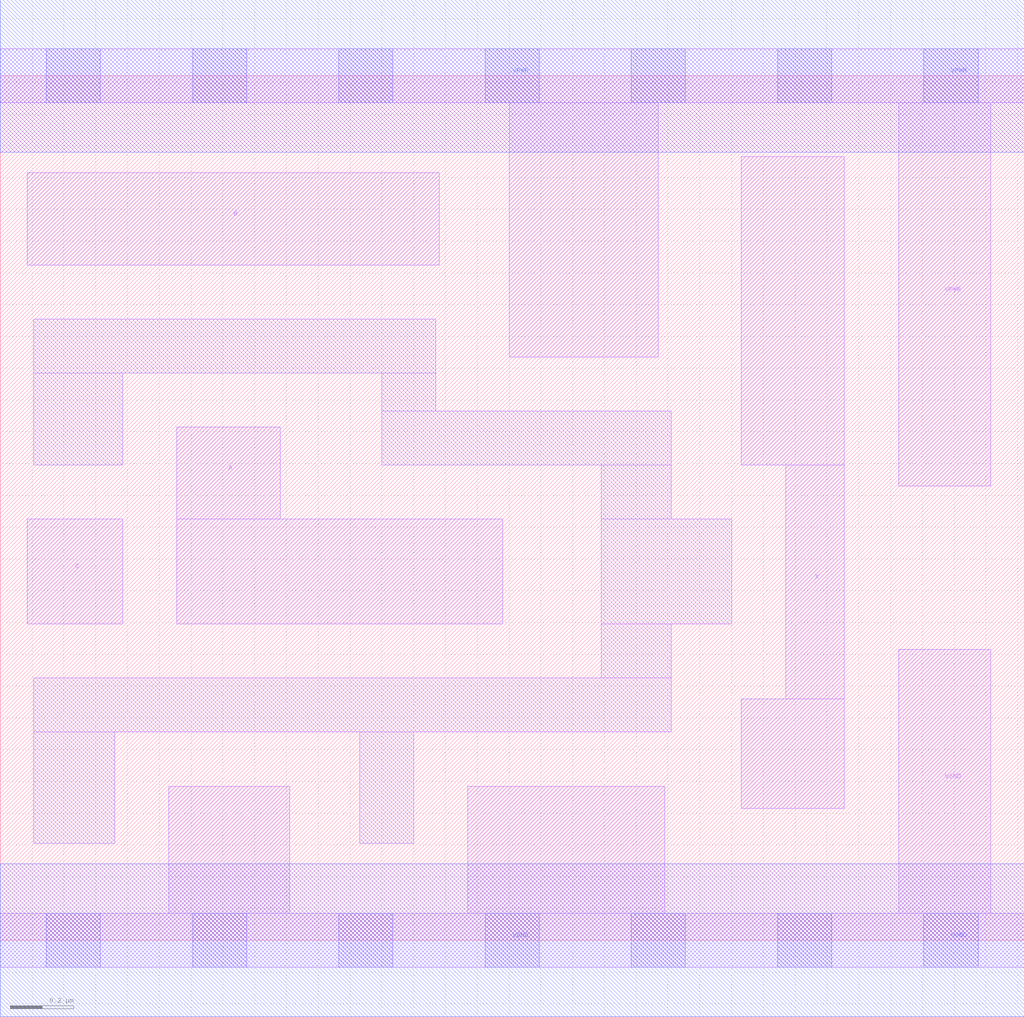
<source format=lef>
# Copyright 2020 The SkyWater PDK Authors
#
# Licensed under the Apache License, Version 2.0 (the "License");
# you may not use this file except in compliance with the License.
# You may obtain a copy of the License at
#
#     https://www.apache.org/licenses/LICENSE-2.0
#
# Unless required by applicable law or agreed to in writing, software
# distributed under the License is distributed on an "AS IS" BASIS,
# WITHOUT WARRANTIES OR CONDITIONS OF ANY KIND, either express or implied.
# See the License for the specific language governing permissions and
# limitations under the License.
#
# SPDX-License-Identifier: Apache-2.0

VERSION 5.7 ;
  NAMESCASESENSITIVE ON ;
  NOWIREEXTENSIONATPIN ON ;
  DIVIDERCHAR "/" ;
  BUSBITCHARS "[]" ;
UNITS
  DATABASE MICRONS 200 ;
END UNITS
PROPERTYDEFINITIONS
  MACRO maskLayoutSubType STRING ;
  MACRO prCellType STRING ;
  MACRO originalViewName STRING ;
END PROPERTYDEFINITIONS
MACRO sky130_fd_sc_hdll__or3_2
  CLASS CORE ;
  FOREIGN sky130_fd_sc_hdll__or3_2 ;
  ORIGIN  0.000000  0.000000 ;
  SIZE  3.220000 BY  2.720000 ;
  SYMMETRY X Y R90 ;
  SITE unithd ;
  PIN A
    ANTENNAGATEAREA  0.138600 ;
    DIRECTION INPUT ;
    USE SIGNAL ;
    PORT
      LAYER li1 ;
        RECT 0.555000 0.995000 1.580000 1.325000 ;
        RECT 0.555000 1.325000 0.880000 1.615000 ;
    END
  END A
  PIN B
    ANTENNAGATEAREA  0.138600 ;
    DIRECTION INPUT ;
    USE SIGNAL ;
    PORT
      LAYER li1 ;
        RECT 0.085000 2.125000 1.380000 2.415000 ;
    END
  END B
  PIN C
    ANTENNAGATEAREA  0.138600 ;
    DIRECTION INPUT ;
    USE SIGNAL ;
    PORT
      LAYER li1 ;
        RECT 0.085000 0.995000 0.385000 1.325000 ;
    END
  END C
  PIN X
    ANTENNADIFFAREA  0.530500 ;
    DIRECTION OUTPUT ;
    USE SIGNAL ;
    PORT
      LAYER li1 ;
        RECT 2.330000 0.415000 2.655000 0.760000 ;
        RECT 2.330000 1.495000 2.655000 2.465000 ;
        RECT 2.470000 0.760000 2.655000 1.495000 ;
    END
  END X
  PIN VGND
    DIRECTION INOUT ;
    USE GROUND ;
    PORT
      LAYER li1 ;
        RECT 0.000000 -0.085000 3.220000 0.085000 ;
        RECT 0.530000  0.085000 0.910000 0.485000 ;
        RECT 1.470000  0.085000 2.090000 0.485000 ;
        RECT 2.825000  0.085000 3.115000 0.915000 ;
      LAYER mcon ;
        RECT 0.145000 -0.085000 0.315000 0.085000 ;
        RECT 0.605000 -0.085000 0.775000 0.085000 ;
        RECT 1.065000 -0.085000 1.235000 0.085000 ;
        RECT 1.525000 -0.085000 1.695000 0.085000 ;
        RECT 1.985000 -0.085000 2.155000 0.085000 ;
        RECT 2.445000 -0.085000 2.615000 0.085000 ;
        RECT 2.905000 -0.085000 3.075000 0.085000 ;
      LAYER met1 ;
        RECT 0.000000 -0.240000 3.220000 0.240000 ;
    END
  END VGND
  PIN VPWR
    DIRECTION INOUT ;
    USE POWER ;
    PORT
      LAYER li1 ;
        RECT 0.000000 2.635000 3.220000 2.805000 ;
        RECT 1.600000 1.835000 2.070000 2.635000 ;
        RECT 2.825000 1.430000 3.115000 2.635000 ;
      LAYER mcon ;
        RECT 0.145000 2.635000 0.315000 2.805000 ;
        RECT 0.605000 2.635000 0.775000 2.805000 ;
        RECT 1.065000 2.635000 1.235000 2.805000 ;
        RECT 1.525000 2.635000 1.695000 2.805000 ;
        RECT 1.985000 2.635000 2.155000 2.805000 ;
        RECT 2.445000 2.635000 2.615000 2.805000 ;
        RECT 2.905000 2.635000 3.075000 2.805000 ;
      LAYER met1 ;
        RECT 0.000000 2.480000 3.220000 2.960000 ;
    END
  END VPWR
  OBS
    LAYER li1 ;
      RECT 0.105000 0.305000 0.360000 0.655000 ;
      RECT 0.105000 0.655000 2.110000 0.825000 ;
      RECT 0.105000 1.495000 0.385000 1.785000 ;
      RECT 0.105000 1.785000 1.370000 1.955000 ;
      RECT 1.130000 0.305000 1.300000 0.655000 ;
      RECT 1.200000 1.495000 2.110000 1.665000 ;
      RECT 1.200000 1.665000 1.370000 1.785000 ;
      RECT 1.890000 0.825000 2.110000 0.995000 ;
      RECT 1.890000 0.995000 2.300000 1.325000 ;
      RECT 1.890000 1.325000 2.110000 1.495000 ;
  END
  PROPERTY maskLayoutSubType "abstract" ;
  PROPERTY prCellType "standard" ;
  PROPERTY originalViewName "layout" ;
END sky130_fd_sc_hdll__or3_2

</source>
